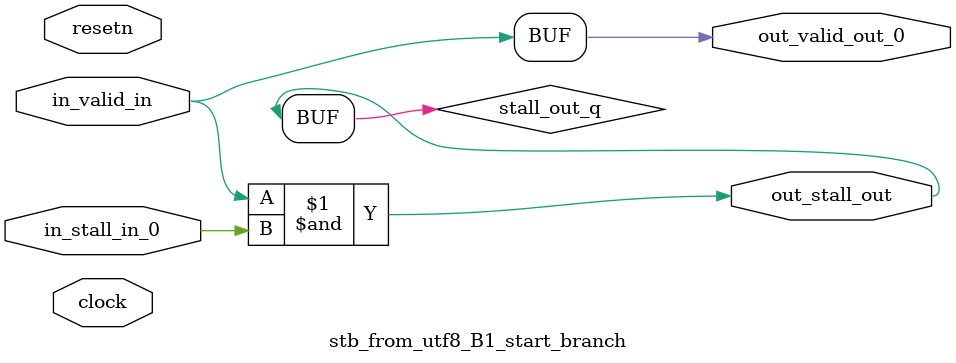
<source format=sv>



(* altera_attribute = "-name AUTO_SHIFT_REGISTER_RECOGNITION OFF; -name MESSAGE_DISABLE 10036; -name MESSAGE_DISABLE 10037; -name MESSAGE_DISABLE 14130; -name MESSAGE_DISABLE 14320; -name MESSAGE_DISABLE 15400; -name MESSAGE_DISABLE 14130; -name MESSAGE_DISABLE 10036; -name MESSAGE_DISABLE 12020; -name MESSAGE_DISABLE 12030; -name MESSAGE_DISABLE 12010; -name MESSAGE_DISABLE 12110; -name MESSAGE_DISABLE 14320; -name MESSAGE_DISABLE 13410; -name MESSAGE_DISABLE 113007; -name MESSAGE_DISABLE 10958" *)
module stb_from_utf8_B1_start_branch (
    input wire [0:0] in_stall_in_0,
    input wire [0:0] in_valid_in,
    output wire [0:0] out_stall_out,
    output wire [0:0] out_valid_out_0,
    input wire clock,
    input wire resetn
    );

    wire [0:0] stall_out_q;


    // stall_out(LOGICAL,6)
    assign stall_out_q = in_valid_in & in_stall_in_0;

    // out_stall_out(GPOUT,4)
    assign out_stall_out = stall_out_q;

    // out_valid_out_0(GPOUT,5)
    assign out_valid_out_0 = in_valid_in;

endmodule

</source>
